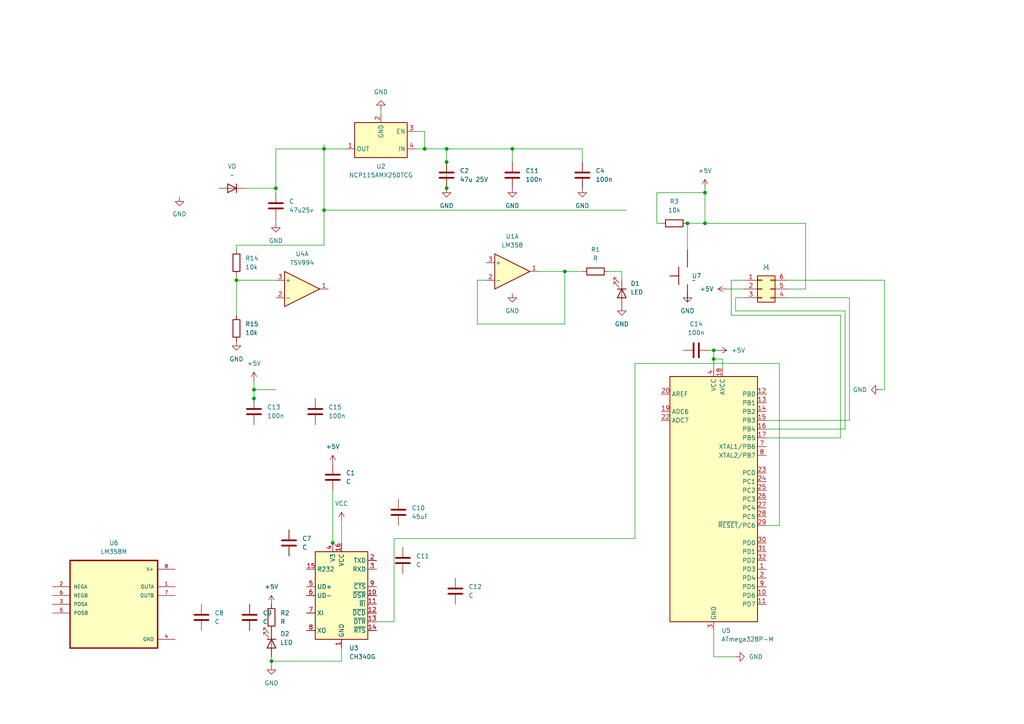
<source format=kicad_sch>
(kicad_sch (version 20230121) (generator eeschema)
  (paper "A4")
  (lib_symbols
    (symbol "+5V_1" (power) (pin_numbers hide) (pin_names (offset 0) hide)
      (property "Value" "+5V_1" (at 0 3.556 0))
      (symbol "+5V_1_0_1"
        (polyline (pts (xy -0.762 1.27) (xy 0 2.54)))
        (polyline (pts (xy 0 0) (xy 0 2.54)))
        (polyline (pts (xy 0 2.54) (xy 0.762 1.27)))
      )
      (symbol "+5V_1_1_1"
        (pin power_in line (at 0 0 90) (length 0) hide (name "+5V") (number "1"))
      )
    )
    (symbol "+5V_2" (power) (pin_numbers hide) (pin_names (offset 0) hide)
      (property "Value" "+5V_2" (at 0 3.556 0))
      (symbol "+5V_2_0_1"
        (polyline (pts (xy -0.762 1.27) (xy 0 2.54)))
        (polyline (pts (xy 0 0) (xy 0 2.54)))
        (polyline (pts (xy 0 2.54) (xy 0.762 1.27)))
      )
      (symbol "+5V_2_1_1"
        (pin power_in line (at 0 0 90) (length 0) hide (name "+5V") (number "1"))
      )
    )
    (symbol "+5V_3" (power) (pin_numbers hide) (pin_names (offset 0) hide)
      (property "Value" "+5V_3" (at 0 3.556 0))
      (symbol "+5V_3_0_1"
        (polyline (pts (xy -0.762 1.27) (xy 0 2.54)))
        (polyline (pts (xy 0 0) (xy 0 2.54)))
        (polyline (pts (xy 0 2.54) (xy 0.762 1.27)))
      )
      (symbol "+5V_3_1_1"
        (pin power_in line (at 0 0 90) (length 0) hide (name "+5V") (number "1"))
      )
    )
    (symbol "+5V_4" (power) (pin_numbers hide) (pin_names (offset 0) hide)
      (property "Value" "+5V_4" (at 0 3.556 0))
      (symbol "+5V_4_0_1"
        (polyline (pts (xy -0.762 1.27) (xy 0 2.54)))
        (polyline (pts (xy 0 0) (xy 0 2.54)))
        (polyline (pts (xy 0 2.54) (xy 0.762 1.27)))
      )
      (symbol "+5V_4_1_1"
        (pin power_in line (at 0 0 90) (length 0) hide (name "+5V") (number "1"))
      )
    )
    (symbol "+5V_5" (power) (pin_numbers hide) (pin_names (offset 0) hide)
      (property "Value" "+5V_5" (at 0 3.556 0))
      (symbol "+5V_5_0_1"
        (polyline (pts (xy -0.762 1.27) (xy 0 2.54)))
        (polyline (pts (xy 0 0) (xy 0 2.54)))
        (polyline (pts (xy 0 2.54) (xy 0.762 1.27)))
      )
      (symbol "+5V_5_1_1"
        (pin power_in line (at 0 0 90) (length 0) hide (name "+5V") (number "1"))
      )
    )
    (symbol "Amplifier_Operational:LM358" (pin_names (offset 0.127))
      (property "Reference" "U" (at 0 5.08 0))
      (property "Value" "LM358" (at 0 -5.08 0))
      (symbol "LM358_1_1"
        (polyline (pts (xy -5.08 5.08) (xy 5.08 0) (xy -5.08 -5.08) (xy -5.08 5.08)) (stroke (width 0.254)) (fill (type background)))
        (pin output line (at 7.62 0 180) (length 2.54) (name "~") (number "1"))
        (pin input line (at -7.62 -2.54 0) (length 2.54) (name "-") (number "2"))
        (pin input line (at -7.62 2.54 0) (length 2.54) (name "+") (number "3"))
      )
      (symbol "LM358_2_1"
        (polyline (pts (xy -5.08 5.08) (xy 5.08 0) (xy -5.08 -5.08) (xy -5.08 5.08)) (stroke (width 0.254)) (fill (type background)))
        (pin input line (at -7.62 2.54 0) (length 2.54) (name "+") (number "5"))
        (pin input line (at -7.62 -2.54 0) (length 2.54) (name "-") (number "6"))
        (pin output line (at 7.62 0 180) (length 2.54) (name "~") (number "7"))
      )
      (symbol "LM358_3_1"
        (pin power_in line (at -2.54 -7.62 90) (length 3.81) (name "V-") (number "4"))
        (pin power_in line (at -2.54 7.62 270) (length 3.81) (name "V+") (number "8"))
      )
    )
    (symbol "Amplifier_Operational:TSV994" (pin_names (offset 0.127))
      (property "Reference" "U" (at 0 5.08 0))
      (property "Value" "TSV994" (at 0 -5.08 0))
      (symbol "TSV994_1_1"
        (polyline (pts (xy -5.08 5.08) (xy 5.08 0) (xy -5.08 -5.08) (xy -5.08 5.08)) (stroke (width 0.254)) (fill (type background)))
        (pin output line (at 7.62 0 180) (length 2.54) (name "~") (number "1"))
        (pin input line (at -7.62 -2.54 0) (length 2.54) (name "-") (number "2"))
        (pin input line (at -7.62 2.54 0) (length 2.54) (name "+") (number "3"))
      )
      (symbol "TSV994_2_1"
        (polyline (pts (xy -5.08 5.08) (xy 5.08 0) (xy -5.08 -5.08) (xy -5.08 5.08)) (stroke (width 0.254)) (fill (type background)))
        (pin input line (at -7.62 2.54 0) (length 2.54) (name "+") (number "5"))
        (pin input line (at -7.62 -2.54 0) (length 2.54) (name "-") (number "6"))
        (pin output line (at 7.62 0 180) (length 2.54) (name "~") (number "7"))
      )
      (symbol "TSV994_3_1"
        (polyline (pts (xy -5.08 5.08) (xy 5.08 0) (xy -5.08 -5.08) (xy -5.08 5.08)) (stroke (width 0.254)) (fill (type background)))
        (pin input line (at -7.62 2.54 0) (length 2.54) (name "+") (number "10"))
        (pin output line (at 7.62 0 180) (length 2.54) (name "~") (number "8"))
        (pin input line (at -7.62 -2.54 0) (length 2.54) (name "-") (number "9"))
      )
      (symbol "TSV994_4_1"
        (polyline (pts (xy -5.08 5.08) (xy 5.08 0) (xy -5.08 -5.08) (xy -5.08 5.08)) (stroke (width 0.254)) (fill (type background)))
        (pin input line (at -7.62 2.54 0) (length 2.54) (name "+") (number "12"))
        (pin input line (at -7.62 -2.54 0) (length 2.54) (name "-") (number "13"))
        (pin output line (at 7.62 0 180) (length 2.54) (name "~") (number "14"))
      )
      (symbol "TSV994_5_1"
        (pin power_in line (at -2.54 -7.62 90) (length 3.81) (name "V-") (number "11"))
        (pin power_in line (at -2.54 7.62 270) (length 3.81) (name "V+") (number "4"))
      )
    )
    (symbol "Connector_Generic:Conn_02x03_Counter_Clockwise" (pin_names (offset 1.016) hide)
      (property "Reference" "J" (at 1.27 5.08 0))
      (property "Value" "Conn_02x03_Counter_Clockwise" (at 1.27 -5.08 0))
      (symbol "Conn_02x03_Counter_Clockwise_1_1"
        (rectangle (start -1.27 -2.413) (end 0 -2.667) (stroke (width 0.1524)))
        (rectangle (start -1.27 0.127) (end 0 -0.127) (stroke (width 0.1524)))
        (rectangle (start -1.27 2.667) (end 0 2.413) (stroke (width 0.1524)))
        (rectangle (start -1.27 3.81) (end 3.81 -3.81) (stroke (width 0.254)) (fill (type background)))
        (rectangle (start 3.81 -2.413) (end 2.54 -2.667) (stroke (width 0.1524)))
        (rectangle (start 3.81 0.127) (end 2.54 -0.127) (stroke (width 0.1524)))
        (rectangle (start 3.81 2.667) (end 2.54 2.413) (stroke (width 0.1524)))
        (pin passive line (at -5.08 2.54 0) (length 3.81) (name "Pin_1") (number "1"))
        (pin passive line (at -5.08 0 0) (length 3.81) (name "Pin_2") (number "2"))
        (pin passive line (at -5.08 -2.54 0) (length 3.81) (name "Pin_3") (number "3"))
        (pin passive line (at 7.62 -2.54 180) (length 3.81) (name "Pin_4") (number "4"))
        (pin passive line (at 7.62 0 180) (length 3.81) (name "Pin_5") (number "5"))
        (pin passive line (at 7.62 2.54 180) (length 3.81) (name "Pin_6") (number "6"))
      )
    )
    (symbol "Device:C" (pin_numbers hide) (pin_names (offset 0.254))
      (property "Reference" "C" (at 0.635 2.54 0))
      (property "Value" "C" (at 0.635 -2.54 0))
      (symbol "C_0_1"
        (polyline (pts (xy -2.032 -0.762) (xy 2.032 -0.762)) (stroke (width 0.508)))
        (polyline (pts (xy -2.032 0.762) (xy 2.032 0.762)) (stroke (width 0.508)))
      )
      (symbol "C_1_1"
        (pin passive line (at 0 3.81 270) (length 2.794) (name "~") (number "1"))
        (pin passive line (at 0 -3.81 90) (length 2.794) (name "~") (number "2"))
      )
    )
    (symbol "Device:D" (pin_numbers hide) (pin_names (offset 1.016) hide)
      (property "Reference" "D" (at 0 2.54 0))
      (property "Value" "D" (at 0 -2.54 0))
      (symbol "D_0_1"
        (polyline (pts (xy -1.27 1.27) (xy -1.27 -1.27)) (stroke (width 0.254)))
        (polyline (pts (xy 1.27 0) (xy -1.27 0)))
        (polyline (pts (xy 1.27 1.27) (xy 1.27 -1.27) (xy -1.27 0) (xy 1.27 1.27)) (stroke (width 0.254)))
      )
      (symbol "D_1_1"
        (pin passive line (at -3.81 0 0) (length 2.54) (name "K") (number "1"))
        (pin passive line (at 3.81 0 180) (length 2.54) (name "A") (number "2"))
      )
    )
    (symbol "Device:LED" (pin_numbers hide) (pin_names (offset 1.016) hide)
      (property "Reference" "D" (at 0 2.54 0))
      (property "Value" "LED" (at 0 -2.54 0))
      (symbol "LED_0_1"
        (polyline (pts (xy -1.27 -1.27) (xy -1.27 1.27)) (stroke (width 0.254)))
        (polyline (pts (xy -1.27 0) (xy 1.27 0)))
        (polyline (pts (xy 1.27 -1.27) (xy 1.27 1.27) (xy -1.27 0) (xy 1.27 -1.27)) (stroke (width 0.254)))
        (polyline (pts (xy -3.048 -0.762) (xy -4.572 -2.286) (xy -3.81 -2.286) (xy -4.572 -2.286) (xy -4.572 -1.524)))
        (polyline (pts (xy -1.778 -0.762) (xy -3.302 -2.286) (xy -2.54 -2.286) (xy -3.302 -2.286) (xy -3.302 -1.524)))
      )
      (symbol "LED_1_1"
        (pin passive line (at -3.81 0 0) (length 2.54) (name "K") (number "1"))
        (pin passive line (at 3.81 0 180) (length 2.54) (name "A") (number "2"))
      )
    )
    (symbol "Device:R" (pin_numbers hide) (pin_names (offset 0))
      (property "Reference" "R" (at 2.032 0 90))
      (property "Value" "R" (at 0 0 90))
      (symbol "R_0_1"
        (rectangle (start -1.016 -2.54) (end 1.016 2.54) (stroke (width 0.254)))
      )
      (symbol "R_1_1"
        (pin passive line (at 0 3.81 270) (length 1.27) (name "~") (number "1"))
        (pin passive line (at 0 -3.81 90) (length 1.27) (name "~") (number "2"))
      )
    )
    (symbol "EVQ-PF008K:EVQ-PF008K" (pin_numbers hide) (pin_names (offset 1.016) hide)
      (property "Reference" "U" (at 0 0 0))
      (property "Value" "EVQ-PF008K" (at 0 0 0))
      (symbol "EVQ-PF008K_0_0"
        (polyline (pts (xy -2.54 2.54) (xy 0 2.54)) (stroke (width 0.254)))
        (polyline (pts (xy 0 2.54) (xy 0 5.08)) (stroke (width 0.254)))
        (polyline (pts (xy 0 2.54) (xy 2.54 2.54)) (stroke (width 0.254)))
        (pin bidirectional line (at -7.62 0 0) (length 5.08) (name "~") (number "A"))
        (pin bidirectional line (at 7.62 0 180) (length 5.08) (name "~") (number "B"))
      )
    )
    (symbol "GND_1" (power) (pin_numbers hide) (pin_names (offset 0) hide)
      (property "Value" "GND_1" (at 0 -3.81 0))
      (symbol "GND_1_0_1"
        (polyline (pts (xy 0 0) (xy 0 -1.27) (xy 1.27 -1.27) (xy 0 -2.54) (xy -1.27 -1.27) (xy 0 -1.27)))
      )
      (symbol "GND_1_1_1"
        (pin power_in line (at 0 0 270) (length 0) hide (name "GND") (number "1"))
      )
    )
    (symbol "GND_2" (power) (pin_numbers hide) (pin_names (offset 0) hide)
      (property "Value" "GND_2" (at 0 -3.81 0))
      (symbol "GND_2_0_1"
        (polyline (pts (xy 0 0) (xy 0 -1.27) (xy 1.27 -1.27) (xy 0 -2.54) (xy -1.27 -1.27) (xy 0 -1.27)))
      )
      (symbol "GND_2_1_1"
        (pin power_in line (at 0 0 270) (length 0) hide (name "GND") (number "1"))
      )
    )
    (symbol "GND_3" (power) (pin_numbers hide) (pin_names (offset 0) hide)
      (property "Value" "GND_3" (at 0 -3.81 0))
      (symbol "GND_3_0_1"
        (polyline (pts (xy 0 0) (xy 0 -1.27) (xy 1.27 -1.27) (xy 0 -2.54) (xy -1.27 -1.27) (xy 0 -1.27)))
      )
      (symbol "GND_3_1_1"
        (pin power_in line (at 0 0 270) (length 0) hide (name "GND") (number "1"))
      )
    )
    (symbol "GND_4" (power) (pin_numbers hide) (pin_names (offset 0) hide)
      (property "Value" "GND_4" (at 0 -3.81 0))
      (symbol "GND_4_0_1"
        (polyline (pts (xy 0 0) (xy 0 -1.27) (xy 1.27 -1.27) (xy 0 -2.54) (xy -1.27 -1.27) (xy 0 -1.27)))
      )
      (symbol "GND_4_1_1"
        (pin power_in line (at 0 0 270) (length 0) hide (name "GND") (number "1"))
      )
    )
    (symbol "GND_5" (power) (pin_numbers hide) (pin_names (offset 0) hide)
      (property "Value" "GND_5" (at 0 -3.81 0))
      (symbol "GND_5_0_1"
        (polyline (pts (xy 0 0) (xy 0 -1.27) (xy 1.27 -1.27) (xy 0 -2.54) (xy -1.27 -1.27) (xy 0 -1.27)))
      )
      (symbol "GND_5_1_1"
        (pin power_in line (at 0 0 270) (length 0) hide (name "GND") (number "1"))
      )
    )
    (symbol "Interface_USB:CH340G"
      (property "Reference" "U" (at -5.08 13.97 0))
      (property "Value" "CH340G" (at 1.27 13.97 0))
      (symbol "CH340G_0_1"
        (rectangle (start -7.62 12.7) (end 7.62 -12.7) (stroke (width 0.254)) (fill (type background)))
      )
      (symbol "CH340G_1_1"
        (pin power_in line (at 0 -15.24 90) (length 2.54) (name "GND") (number "1"))
        (pin input line (at 10.16 0 180) (length 2.54) (name "~{DSR}") (number "10"))
        (pin input line (at 10.16 -2.54 180) (length 2.54) (name "~{RI}") (number "11"))
        (pin input line (at 10.16 -5.08 180) (length 2.54) (name "~{DCD}") (number "12"))
        (pin output line (at 10.16 -7.62 180) (length 2.54) (name "~{DTR}") (number "13"))
        (pin output line (at 10.16 -10.16 180) (length 2.54) (name "~{RTS}") (number "14"))
        (pin input line (at -10.16 7.62 0) (length 2.54) (name "R232") (number "15"))
        (pin power_in line (at 0 15.24 270) (length 2.54) (name "VCC") (number "16"))
        (pin output line (at 10.16 10.16 180) (length 2.54) (name "TXD") (number "2"))
        (pin input line (at 10.16 7.62 180) (length 2.54) (name "RXD") (number "3"))
        (pin passive line (at -2.54 15.24 270) (length 2.54) (name "V3") (number "4"))
        (pin bidirectional line (at -10.16 2.54 0) (length 2.54) (name "UD+") (number "5"))
        (pin bidirectional line (at -10.16 0 0) (length 2.54) (name "UD-") (number "6"))
        (pin input line (at -10.16 -5.08 0) (length 2.54) (name "XI") (number "7"))
        (pin output line (at -10.16 -10.16 0) (length 2.54) (name "XO") (number "8"))
        (pin input line (at 10.16 2.54 180) (length 2.54) (name "~{CTS}") (number "9"))
      )
    )
    (symbol "LM358M:LM358M" (pin_names (offset 1.016))
      (property "Reference" "U" (at -12.7 13.7 0))
      (property "Value" "LM358M" (at -12.7 -16.7 0))
      (symbol "LM358M_0_0"
        (rectangle (start -12.7 -12.7) (end 12.7 12.7) (stroke (width 0.41)) (fill (type background)))
        (pin output line (at 17.78 5.08 180) (length 5.08) (name "OUTA") (number "1"))
        (pin input line (at -17.78 5.08 0) (length 5.08) (name "NEGA") (number "2"))
        (pin input line (at -17.78 0 0) (length 5.08) (name "POSA") (number "3"))
        (pin power_in line (at 17.78 -10.16 180) (length 5.08) (name "GND") (number "4"))
        (pin input line (at -17.78 -2.54 0) (length 5.08) (name "POSB") (number "5"))
        (pin input line (at -17.78 2.54 0) (length 5.08) (name "NEGB") (number "6"))
        (pin output line (at 17.78 2.54 180) (length 5.08) (name "OUTB") (number "7"))
        (pin power_in line (at 17.78 10.16 180) (length 5.08) (name "V+") (number "8"))
      )
    )
    (symbol "MCU_Microchip_ATmega:ATmega328P-M"
      (property "Reference" "U" (at -12.7 36.83 0))
      (property "Value" "ATmega328P-M" (at 2.54 -36.83 0))
      (symbol "ATmega328P-M_0_1"
        (rectangle (start -12.7 -35.56) (end 12.7 35.56) (stroke (width 0.254)) (fill (type background)))
      )
      (symbol "ATmega328P-M_1_1"
        (pin bidirectional line (at 15.24 -20.32 180) (length 2.54) (name "PD3") (number "1"))
        (pin bidirectional line (at 15.24 -27.94 180) (length 2.54) (name "PD6") (number "10"))
        (pin bidirectional line (at 15.24 -30.48 180) (length 2.54) (name "PD7") (number "11"))
        (pin bidirectional line (at 15.24 30.48 180) (length 2.54) (name "PB0") (number "12"))
        (pin bidirectional line (at 15.24 27.94 180) (length 2.54) (name "PB1") (number "13"))
        (pin bidirectional line (at 15.24 25.4 180) (length 2.54) (name "PB2") (number "14"))
        (pin bidirectional line (at 15.24 22.86 180) (length 2.54) (name "PB3") (number "15"))
        (pin bidirectional line (at 15.24 20.32 180) (length 2.54) (name "PB4") (number "16"))
        (pin bidirectional line (at 15.24 17.78 180) (length 2.54) (name "PB5") (number "17"))
        (pin power_in line (at 2.54 38.1 270) (length 2.54) (name "AVCC") (number "18"))
        (pin input line (at -15.24 25.4 0) (length 2.54) (name "ADC6") (number "19"))
        (pin bidirectional line (at 15.24 -22.86 180) (length 2.54) (name "PD4") (number "2"))
        (pin passive line (at -15.24 30.48 0) (length 2.54) (name "AREF") (number "20"))
        (pin passive line (at 0 -38.1 90) (length 2.54) hide (name "GND") (number "21"))
        (pin input line (at -15.24 22.86 0) (length 2.54) (name "ADC7") (number "22"))
        (pin bidirectional line (at 15.24 7.62 180) (length 2.54) (name "PC0") (number "23"))
        (pin bidirectional line (at 15.24 5.08 180) (length 2.54) (name "PC1") (number "24"))
        (pin bidirectional line (at 15.24 2.54 180) (length 2.54) (name "PC2") (number "25"))
        (pin bidirectional line (at 15.24 0 180) (length 2.54) (name "PC3") (number "26"))
        (pin bidirectional line (at 15.24 -2.54 180) (length 2.54) (name "PC4") (number "27"))
        (pin bidirectional line (at 15.24 -5.08 180) (length 2.54) (name "PC5") (number "28"))
        (pin bidirectional line (at 15.24 -7.62 180) (length 2.54) (name "~{RESET}/PC6") (number "29"))
        (pin power_in line (at 0 -38.1 90) (length 2.54) (name "GND") (number "3"))
        (pin bidirectional line (at 15.24 -12.7 180) (length 2.54) (name "PD0") (number "30"))
        (pin bidirectional line (at 15.24 -15.24 180) (length 2.54) (name "PD1") (number "31"))
        (pin bidirectional line (at 15.24 -17.78 180) (length 2.54) (name "PD2") (number "32"))
        (pin passive line (at 0 -38.1 90) (length 2.54) hide (name "GND") (number "33"))
        (pin power_in line (at 0 38.1 270) (length 2.54) (name "VCC") (number "4"))
        (pin passive line (at 0 -38.1 90) (length 2.54) hide (name "GND") (number "5"))
        (pin passive line (at 0 38.1 270) (length 2.54) hide (name "VCC") (number "6"))
        (pin bidirectional line (at 15.24 15.24 180) (length 2.54) (name "XTAL1/PB6") (number "7"))
        (pin bidirectional line (at 15.24 12.7 180) (length 2.54) (name "XTAL2/PB7") (number "8"))
        (pin bidirectional line (at 15.24 -25.4 180) (length 2.54) (name "PD5") (number "9"))
      )
    )
    (symbol "Regulator_Linear:NCP115AMX250TCG"
      (property "Reference" "U" (at 2.54 10.16 0))
      (property "Value" "NCP115AMX250TCG" (at 10.16 7.62 0))
      (symbol "NCP115AMX250TCG_0_1"
        (rectangle (start -7.62 5.08) (end 7.62 -5.08) (stroke (width 0.254)) (fill (type background)))
      )
      (symbol "NCP115AMX250TCG_1_1"
        (pin power_out line (at 10.16 2.54 180) (length 2.54) (name "OUT") (number "1"))
        (pin power_in line (at 0 -7.62 90) (length 2.54) (name "GND") (number "2"))
        (pin input line (at -10.16 -2.54 0) (length 2.54) (name "EN") (number "3"))
        (pin power_in line (at -10.16 2.54 0) (length 2.54) (name "IN") (number "4"))
        (pin passive line (at 0 -7.62 90) (length 2.54) hide (name "GND") (number "5"))
      )
    )
    (symbol "power:+5V" (power) (pin_names (offset 0))
      (property "Value" "+5V" (at 0 3.556 0))
      (symbol "+5V_0_1"
        (polyline (pts (xy -0.762 1.27) (xy 0 2.54)))
        (polyline (pts (xy 0 0) (xy 0 2.54)))
        (polyline (pts (xy 0 2.54) (xy 0.762 1.27)))
      )
      (symbol "+5V_1_1"
        (pin power_in line (at 0 0 90) (length 0) hide (name "+5V") (number "1"))
      )
    )
    (symbol "power:GND" (power) (pin_names (offset 0))
      (property "Value" "GND" (at 0 -3.81 0))
      (symbol "GND_0_1"
        (polyline (pts (xy 0 0) (xy 0 -1.27) (xy 1.27 -1.27) (xy 0 -2.54) (xy -1.27 -1.27) (xy 0 -1.27)))
      )
      (symbol "GND_1_1"
        (pin power_in line (at 0 0 270) (length 0) hide (name "GND") (number "1"))
      )
    )
    (symbol "power:VCC" (power) (pin_numbers hide) (pin_names (offset 0) hide)
      (property "Value" "VCC" (at 0 3.81 0))
      (symbol "VCC_0_1"
        (polyline (pts (xy -0.762 1.27) (xy 0 2.54)))
        (polyline (pts (xy 0 0) (xy 0 2.54)))
        (polyline (pts (xy 0 2.54) (xy 0.762 1.27)))
      )
      (symbol "VCC_1_1"
        (pin power_in line (at 0 0 90) (length 0) hide (name "VCC") (number "1"))
      )
    )
  )
  (junction (at 163.83 78.74))
  (junction (at 199.39 64.77))
  (junction (at 123.19 43.18))
  (junction (at 207.01 101.6))
  (junction (at 207.01 104.14))
  (junction (at 78.74 191.77))
  (junction (at 204.47 55.88))
  (junction (at 68.58 81.28))
  (junction (at 93.98 60.96))
  (junction (at 148.59 43.18))
  (junction (at 96.52 157.48))
  (junction (at 129.54 43.18))
  (junction (at 93.98 43.18))
  (junction (at 80.01 54.61))
  (junction (at 73.66 115.57))
  (junction (at 73.66 113.03))
  (junction (at 129.54 46.99))
  (junction (at 204.47 64.77))
  (junction (at 129.54 54.61))
  (wire (pts (xy 114.3 156.21) (xy 114.3 180.34)))
  (wire (pts (xy 78.74 191.77) (xy 99.06 191.77)))
  (wire (pts (xy 73.66 113.03) (xy 73.66 115.57)))
  (wire (pts (xy 204.47 64.77) (xy 204.47 55.88)))
  (wire (pts (xy 190.5 55.88) (xy 204.47 55.88)))
  (wire (pts (xy 207.01 104.14) (xy 207.01 106.68)))
  (wire (pts (xy 204.47 54.61) (xy 204.47 55.88)))
  (wire (pts (xy 114.3 180.34) (xy 109.22 180.34)))
  (wire (pts (xy 184.15 105.41) (xy 184.15 156.21)))
  (wire (pts (xy 120.65 43.18) (xy 123.19 43.18)))
  (wire (pts (xy 199.39 85.09) (xy 199.39 87.63)))
  (wire (pts (xy 245.11 90.17) (xy 245.11 124.46)))
  (wire (pts (xy 73.66 110.49) (xy 73.66 113.03)))
  (wire (pts (xy 93.98 43.18) (xy 93.98 60.96)))
  (wire (pts (xy 213.36 90.17) (xy 245.11 90.17)))
  (wire (pts (xy 256.54 113.03) (xy 255.27 113.03)))
  (wire (pts (xy 78.74 191.77) (xy 78.74 193.04)))
  (wire (pts (xy 226.06 152.4) (xy 226.06 105.41)))
  (wire (pts (xy 213.36 86.36) (xy 213.36 90.17)))
  (wire (pts (xy 180.34 81.28) (xy 180.34 78.74)))
  (wire (pts (xy 205.74 101.6) (xy 207.01 101.6)))
  (wire (pts (xy 123.19 43.18) (xy 123.19 38.1)))
  (wire (pts (xy 215.9 86.36) (xy 213.36 86.36)))
  (wire (pts (xy 68.58 71.12) (xy 68.58 72.39)))
  (wire (pts (xy 233.68 83.82) (xy 233.68 64.77)))
  (wire (pts (xy 228.6 86.36) (xy 246.38 86.36)))
  (wire (pts (xy 207.01 101.6) (xy 208.28 101.6)))
  (wire (pts (xy 207.01 190.5) (xy 213.36 190.5)))
  (wire (pts (xy 156.21 78.74) (xy 163.83 78.74)))
  (wire (pts (xy 212.09 81.28) (xy 212.09 91.44)))
  (wire (pts (xy 78.74 190.5) (xy 78.74 191.77)))
  (wire (pts (xy 110.49 31.75) (xy 110.49 33.02)))
  (wire (pts (xy 233.68 64.77) (xy 204.47 64.77)))
  (wire (pts (xy 222.25 152.4) (xy 226.06 152.4)))
  (wire (pts (xy 207.01 101.6) (xy 207.01 104.14)))
  (wire (pts (xy 138.43 81.28) (xy 140.97 81.28)))
  (wire (pts (xy 80.01 43.18) (xy 80.01 54.61)))
  (wire (pts (xy 184.15 156.21) (xy 114.3 156.21)))
  (wire (pts (xy 212.09 91.44) (xy 243.84 91.44)))
  (wire (pts (xy 129.54 46.99) (xy 129.54 54.61)))
  (wire (pts (xy 190.5 55.88) (xy 190.5 64.77)))
  (wire (pts (xy 71.12 54.61) (xy 80.01 54.61)))
  (wire (pts (xy 68.58 81.28) (xy 80.01 81.28)))
  (wire (pts (xy 207.01 182.88) (xy 207.01 190.5)))
  (wire (pts (xy 228.6 81.28) (xy 256.54 81.28)))
  (wire (pts (xy 148.59 43.18) (xy 168.91 43.18)))
  (wire (pts (xy 99.06 187.96) (xy 99.06 191.77)))
  (wire (pts (xy 99.06 151.13) (xy 99.06 157.48)))
  (wire (pts (xy 246.38 86.36) (xy 246.38 121.92)))
  (wire (pts (xy 215.9 81.28) (xy 212.09 81.28)))
  (wire (pts (xy 80.01 55.88) (xy 80.01 54.61)))
  (wire (pts (xy 93.98 71.12) (xy 68.58 71.12)))
  (wire (pts (xy 80.01 64.77) (xy 80.01 63.5)))
  (wire (pts (xy 93.98 41.91) (xy 93.98 43.18)))
  (wire (pts (xy 163.83 78.74) (xy 168.91 78.74)))
  (wire (pts (xy 180.34 78.74) (xy 176.53 78.74)))
  (wire (pts (xy 190.5 64.77) (xy 191.77 64.77)))
  (wire (pts (xy 163.83 93.98) (xy 138.43 93.98)))
  (wire (pts (xy 256.54 81.28) (xy 256.54 113.03)))
  (wire (pts (xy 163.83 78.74) (xy 163.83 93.98)))
  (wire (pts (xy 209.55 106.68) (xy 209.55 104.14)))
  (wire (pts (xy 204.47 64.77) (xy 199.39 64.77)))
  (wire (pts (xy 243.84 127) (xy 222.25 127)))
  (wire (pts (xy 209.55 104.14) (xy 207.01 104.14)))
  (wire (pts (xy 148.59 43.18) (xy 148.59 46.99)))
  (wire (pts (xy 129.54 43.18) (xy 129.54 46.99)))
  (wire (pts (xy 129.54 43.18) (xy 148.59 43.18)))
  (wire (pts (xy 73.66 113.03) (xy 80.01 113.03)))
  (wire (pts (xy 123.19 38.1) (xy 120.65 38.1)))
  (wire (pts (xy 68.58 81.28) (xy 68.58 91.44)))
  (wire (pts (xy 228.6 83.82) (xy 233.68 83.82)))
  (wire (pts (xy 100.33 43.18) (xy 93.98 43.18)))
  (wire (pts (xy 168.91 46.99) (xy 168.91 43.18)))
  (wire (pts (xy 138.43 93.98) (xy 138.43 81.28)))
  (wire (pts (xy 93.98 60.96) (xy 181.61 60.96)))
  (wire (pts (xy 246.38 121.92) (xy 222.25 121.92)))
  (wire (pts (xy 226.06 105.41) (xy 184.15 105.41)))
  (wire (pts (xy 123.19 43.18) (xy 129.54 43.18)))
  (wire (pts (xy 80.01 43.18) (xy 93.98 43.18)))
  (wire (pts (xy 210.82 83.82) (xy 215.9 83.82)))
  (wire (pts (xy 96.52 142.24) (xy 96.52 157.48)))
  (wire (pts (xy 245.11 124.46) (xy 222.25 124.46)))
  (wire (pts (xy 243.84 91.44) (xy 243.84 127)))
  (wire (pts (xy 68.58 80.01) (xy 68.58 81.28)))
  (wire (pts (xy 199.39 64.77) (xy 199.39 72.39)))
  (wire (pts (xy 93.98 60.96) (xy 93.98 71.12)))
  (wire (pts (xy 96.52 157.48) (xy 96.52 158.75)))
  (wire (pts (xy 73.66 115.57) (xy 73.66 116.84)))
  (symbol (lib_id "power:GND") (at 180.34 88.9 0) (unit 1)
    (property "Reference" "#PWR01" (effects hide))
    (property "Value" "GND" (at 180.34 93.98 0))
  )
  (symbol (lib_id "Device:C") (at 148.59 50.8 0) (unit 1)
    (property "Reference" "C11" (at 152.4 49.53 0) (effects (justify left)))
    (property "Value" "100n" (at 152.4 52.07 0) (effects (justify left)))
  )
  (symbol (lib_id "power:GND") (at 80.01 64.77 0) (unit 1)
    (property "Reference" "#PWR06" (effects hide))
    (property "Value" "GND" (at 80.01 69.85 0))
  )
  (symbol (lib_id "Connector_Generic:Conn_02x03_Counter_Clockwise") (at 220.98 83.82 0) (unit 1)
    (property "Reference" "J1" (at 222.25 77.47 0))
    (property "Value" "~" (at 222.25 77.47 0))
    (property "Footprint" "Connector_Harwin:Harwin_Gecko-G125-FVX0605L0X_2x03_P1.25mm_Vertical" (effects hide))
  )
  (symbol (lib_name "GND_2") (lib_id "power:GND") (at 199.39 85.09 0) (unit 1)
    (property "Reference" "#PWR017" (effects hide))
    (property "Value" "GND" (at 199.39 90.17 0))
  )
  (symbol (lib_id "Device:C") (at 115.57 148.59 0) (unit 1)
    (property "Reference" "C10" (at 119.38 147.32 0) (effects (justify left)))
    (property "Value" "45uF" (at 119.38 149.86 0) (effects (justify left)))
  )
  (symbol (lib_id "power:GND") (at 129.54 54.61 0) (unit 1)
    (property "Reference" "#PWR02" (effects hide))
    (property "Value" "GND" (at 129.54 59.69 0))
  )
  (symbol (lib_id "power:GND") (at 148.59 54.61 0) (unit 1)
    (property "Reference" "#PWR03" (effects hide))
    (property "Value" "GND" (at 148.59 59.69 0))
  )
  (symbol (lib_id "Device:C") (at 132.08 171.45 0) (unit 1)
    (property "Reference" "C12" (at 135.89 170.18 0) (effects (justify left)))
    (property "Value" "C" (at 135.89 172.72 0) (effects (justify left)))
  )
  (symbol (lib_id "Device:LED") (at 78.74 186.69 270) (unit 1)
    (property "Reference" "D2" (at 81.28 183.8325 90) (effects (justify left)))
    (property "Value" "LED" (at 81.28 186.3725 90) (effects (justify left)))
  )
  (symbol (lib_id "Device:C") (at 201.93 101.6 90) (unit 1)
    (property "Reference" "C14" (at 201.93 93.98 90))
    (property "Value" "100n" (at 201.93 96.52 90))
  )
  (symbol (lib_name "GND_4") (lib_id "power:GND") (at 255.27 113.03 270) (unit 1)
    (property "Reference" "#PWR018" (effects hide))
    (property "Value" "GND" (at 251.46 113.03 90) (effects (justify right)))
  )
  (symbol (lib_id "Device:C") (at 72.39 179.07 0) (unit 1)
    (property "Reference" "C9" (at 76.2 177.8 0) (effects (justify left)))
    (property "Value" "C" (at 76.2 180.34 0) (effects (justify left)))
  )
  (symbol (lib_id "Device:C") (at 80.01 59.69 0) (unit 1)
    (property "Reference" "C" (at 83.82 58.42 0) (effects (justify left)))
    (property "Value" "47u25v" (at 83.82 60.96 0) (effects (justify left)))
  )
  (symbol (lib_name "+5V_5") (lib_id "power:+5V") (at 208.28 101.6 270) (unit 1)
    (property "Reference" "#PWR020" (effects hide))
    (property "Value" "+5V" (at 212.09 101.6 90) (effects (justify left)))
  )
  (symbol (lib_id "Device:C") (at 73.66 119.38 0) (unit 1)
    (property "Reference" "C13" (at 77.47 118.11 0) (effects (justify left)))
    (property "Value" "100n" (at 77.47 120.65 0) (effects (justify left)))
  )
  (symbol (lib_id "LM358M:LM358M") (at 33.02 175.26 0) (unit 1)
    (property "Reference" "U6" (at 33.02 157.48 0))
    (property "Value" "LM358M" (at 33.02 160.02 0))
    (property "Footprint" "LM358M:SOIC127P599X175-8N" (effects hide))
    (property "MF" "Texas Instruments" (effects hide))
    (property "Description" "\n2-Channel, 1MHz, industry standard, 32V op amp 8-SOIC 0 to 70\n" (effects hide))
    (property "Package" "SOIC-8 Texas Instruments" (effects hide))
    (property "Price" "None" (effects hide))
    (property "SnapEDA_Link" "https://www.snapeda.com/parts/LM358M/Texas+Instruments/view-part/?ref=snap" (effects hide))
    (property "MP" "LM358M" (effects hide))
    (property "Purchase-URL" "https://www.snapeda.com/api/url_track_click_mouser/?unipart_id=4800527&manufacturer=Texas Instruments&part_name=LM358M&search_term=lm358" (effects hide))
    (property "Availability" "In Stock" (effects hide))
    (property "Check_prices" "https://www.snapeda.com/parts/LM358M/Texas+Instruments/view-part/?ref=eda" (effects hide))
  )
  (symbol (lib_id "MCU_Microchip_ATmega:ATmega328P-M") (at 207.01 144.78 0) (unit 1)
    (property "Reference" "U5" (at 209.2041 182.88 0) (effects (justify left)))
    (property "Value" "ATmega328P-M" (at 209.2041 185.42 0) (effects (justify left)))
    (property "Footprint" "Package_DFN_QFN:QFN-32-1EP_5x5mm_P0.5mm_EP3.1x3.1mm" (effects hide))
    (property "Datasheet" "http://ww1.microchip.com/downloads/en/DeviceDoc/ATmega328_P%20AVR%20MCU%20with%20picoPower%20Technology%20Data%20Sheet%2040001984A.pdf" (effects hide))
  )
  (symbol (lib_id "Regulator_Linear:NCP115AMX250TCG") (at 110.49 40.64 180) (unit 1)
    (property "Reference" "U2" (at 110.49 48.26 0))
    (property "Value" "NCP115AMX250TCG" (at 110.49 50.8 0))
    (property "Footprint" "Package_DFN_QFN:OnSemi_XDFN4-1EP_1.0x1.0mm_EP0.52x0.52mm" (effects hide))
    (property "Datasheet" "https://www.onsemi.com/pub/Collateral/NCP115-D.PDF" (effects hide))
  )
  (symbol (lib_id "Device:R") (at 78.74 179.07 0) (unit 1)
    (property "Reference" "R2" (at 81.28 177.8 0) (effects (justify left)))
    (property "Value" "R" (at 81.28 180.34 0) (effects (justify left)))
  )
  (symbol (lib_id "Device:C") (at 96.52 138.43 0) (unit 1)
    (property "Reference" "C1" (at 100.33 137.16 0) (effects (justify left)))
    (property "Value" "C" (at 100.33 139.7 0) (effects (justify left)))
  )
  (symbol (lib_id "power:VCC") (at 99.06 151.13 0) (unit 1)
    (property "Reference" "#PWR011" (effects hide))
    (property "Value" "VCC" (at 99.06 146.05 0))
  )
  (symbol (lib_name "GND_1") (lib_id "power:GND") (at 78.74 193.04 0) (unit 1)
    (property "Reference" "#PWR014" (effects hide))
    (property "Value" "GND" (at 78.74 198.12 0))
  )
  (symbol (lib_id "Amplifier_Operational:TSV994") (at 87.63 83.82 0) (unit 1)
    (property "Reference" "U4" (at 87.63 73.66 0))
    (property "Value" "TSV994" (at 87.63 76.2 0))
    (property "Datasheet" "https://www.st.com/resource/en/datasheet/tsv994.pdf" (effects hide))
  )
  (symbol (lib_id "EVQ-PF008K:EVQ-PF008K") (at 199.39 80.01 90) (unit 1)
    (property "Reference" "U7" (at 200.66 80.01 90) (effects (justify right)))
    (property "Value" "~" (at 200.66 81.28 90) (effects (justify right)))
    (property "Footprint" "EVQ-PF008K:RIGHTANGLE-PUSHBUTTON" (effects hide))
    (property "MF" "TDK" (effects hide))
    (property "Description" "\nSWITCH, TACT, 7.5X7.5MM, 1.0N; Product Range: EVQPF Series; Actuator Orientation: Side Actuated; Switch Mounting: Through Hole; Actuator Style: Round Button; Actuating Force: 100gf; Contact Rating: 20mA at 15VDC; Switch Dimensions (L x W): 7.5mm x 7.1mm; IP Rating: -; Illumination: Non Illuminated; SVHC: No SVHC (12-Jan-2017); Actuation Type: Side; Actuator / Cap Colour: Black; Contact Configuration: SPST-NO; Contact Current Max: 20mA; Contact Voltage DC Nom: 15V; Operating Force: 1N; Switch Terminals: Solder\n" (effects hide))
    (property "Package" "None" (effects hide))
    (property "Price" "None" (effects hide))
    (property "SnapEDA_Link" "https://www.snapeda.com/parts/EVQ-PF008K/TDK/view-part/?ref=snap" (effects hide))
    (property "MP" "EVQ-PF008K" (effects hide))
    (property "Availability" "In Stock" (effects hide))
    (property "Check_prices" "https://www.snapeda.com/parts/EVQ-PF008K/TDK/view-part/?ref=eda" (effects hide))
  )
  (symbol (lib_id "Device:C") (at 129.54 50.8 0) (unit 1)
    (property "Reference" "C2" (at 133.35 49.53 0) (effects (justify left)))
    (property "Value" "47u 25V" (at 133.35 52.07 0) (effects (justify left)))
  )
  (symbol (lib_name "+5V_3") (lib_id "power:+5V") (at 210.82 83.82 90) (unit 1)
    (property "Reference" "#PWR015" (effects hide))
    (property "Value" "+5V" (at 207.01 83.82 90) (effects (justify left)))
  )
  (symbol (lib_id "Device:R") (at 172.72 78.74 90) (unit 1)
    (property "Reference" "R1" (at 172.72 72.39 90))
    (property "Value" "R" (at 172.72 74.93 90))
  )
  (symbol (lib_id "Interface_USB:CH340G") (at 99.06 172.72 0) (unit 1)
    (property "Reference" "U3" (at 101.2541 187.96 0) (effects (justify left)))
    (property "Value" "CH340G" (at 101.2541 190.5 0) (effects (justify left)))
    (property "Footprint" "Package_SO:SOIC-16_3.9x9.9mm_P1.27mm" (effects hide))
    (property "Datasheet" "http://www.datasheet5.com/pdf-local-2195953" (effects hide))
  )
  (symbol (lib_id "power:+5V") (at 73.66 110.49 0) (unit 1)
    (property "Reference" "#PWR010" (effects hide))
    (property "Value" "+5V" (at 73.66 105.41 0))
  )
  (symbol (lib_id "power:GND") (at 148.59 85.09 0) (unit 1)
    (property "Reference" "#PWR09" (effects hide))
    (property "Value" "GND" (at 148.59 90.17 0))
  )
  (symbol (lib_id "Device:R") (at 195.58 64.77 90) (unit 1)
    (property "Reference" "R3" (at 195.58 58.42 90))
    (property "Value" "10k" (at 195.58 60.96 90))
  )
  (symbol (lib_name "GND_3") (lib_id "power:GND") (at 168.91 54.61 0) (unit 1)
    (property "Reference" "#PWR04" (effects hide))
    (property "Value" "GND" (at 168.91 59.69 0))
  )
  (symbol (lib_name "+5V_2") (lib_id "power:+5V") (at 96.52 134.62 0) (unit 1)
    (property "Reference" "#PWR012" (effects hide))
    (property "Value" "+5V" (at 96.52 129.54 0))
  )
  (symbol (lib_id "power:GND") (at 110.49 31.75 180) (unit 1)
    (property "Reference" "#PWR05" (effects hide))
    (property "Value" "GND" (at 110.49 26.67 0))
  )
  (symbol (lib_id "Device:C") (at 168.91 50.8 0) (unit 1)
    (property "Reference" "C4" (at 172.72 49.53 0) (effects (justify left)))
    (property "Value" "100n" (at 172.72 52.07 0) (effects (justify left)))
  )
  (symbol (lib_id "power:GND") (at 52.07 57.15 0) (unit 1)
    (property "Reference" "#PWR07" (effects hide))
    (property "Value" "GND" (at 52.07 62.088 0))
  )
  (symbol (lib_id "Device:R") (at 68.58 95.25 0) (unit 1)
    (property "Reference" "R15" (at 71.12 93.98 0) (effects (justify left)))
    (property "Value" "10k" (at 71.12 96.52 0) (effects (justify left)))
  )
  (symbol (lib_name "+5V_1") (lib_id "power:+5V") (at 78.74 175.26 0) (unit 1)
    (property "Reference" "#PWR013" (effects hide))
    (property "Value" "+5V" (at 78.74 170.18 0))
  )
  (symbol (lib_name "GND_5") (lib_id "power:GND") (at 213.36 190.5 90) (unit 1)
    (property "Reference" "#PWR019" (effects hide))
    (property "Value" "GND" (at 217.17 190.5 90) (effects (justify right)))
  )
  (symbol (lib_id "Device:R") (at 68.58 76.2 0) (unit 1)
    (property "Reference" "R14" (at 71.12 74.93 0) (effects (justify left)))
    (property "Value" "10k" (at 71.12 77.47 0) (effects (justify left)))
  )
  (symbol (lib_id "Device:LED") (at 180.34 85.09 270) (unit 1)
    (property "Reference" "D1" (at 182.88 82.2325 90) (effects (justify left)))
    (property "Value" "LED" (at 182.88 84.7725 90) (effects (justify left)))
  )
  (symbol (lib_id "Amplifier_Operational:LM358") (at 148.59 78.74 0) (unit 1)
    (property "Reference" "U1" (at 148.59 68.58 0))
    (property "Value" "LM358" (at 148.59 71.12 0))
    (property "Datasheet" "http://www.ti.com/lit/ds/symlink/lm2904-n.pdf" (effects hide))
  )
  (symbol (lib_id "Device:C") (at 83.82 157.48 0) (unit 1)
    (property "Reference" "C7" (at 87.63 156.21 0) (effects (justify left)))
    (property "Value" "C" (at 87.63 158.75 0) (effects (justify left)))
  )
  (symbol (lib_id "Device:C") (at 58.42 179.07 0) (unit 1)
    (property "Reference" "C8" (at 62.23 177.8 0) (effects (justify left)))
    (property "Value" "C" (at 62.23 180.34 0) (effects (justify left)))
  )
  (symbol (lib_name "+5V_4") (lib_id "power:+5V") (at 204.47 54.61 0) (unit 1)
    (property "Reference" "#PWR016" (effects hide))
    (property "Value" "+5V" (at 204.47 49.53 0))
  )
  (symbol (lib_id "Device:D") (at 67.31 54.61 180) (unit 1)
    (property "Reference" "VD" (at 67.31 48.26 0))
    (property "Value" "~" (at 67.31 50.8 0))
    (property "Sim.Device" "D" (effects hide))
    (property "Sim.Pins" "1=K 2=A" (effects hide))
  )
  (symbol (lib_id "Device:C") (at 116.84 162.56 0) (unit 1)
    (property "Reference" "C11" (at 120.65 161.29 0) (effects (justify left)))
    (property "Value" "C" (at 120.65 163.83 0) (effects (justify left)))
  )
  (symbol (lib_id "power:GND") (at 68.58 99.06 0) (unit 1)
    (property "Reference" "#PWR08" (effects hide))
    (property "Value" "GND" (at 68.58 104.14 0))
  )
  (symbol (lib_id "Device:C") (at 91.44 119.38 0) (unit 1)
    (property "Reference" "C15" (at 95.25 118.11 0) (effects (justify left)))
    (property "Value" "100n" (at 95.25 120.65 0) (effects (justify left)))
  )
)
</source>
